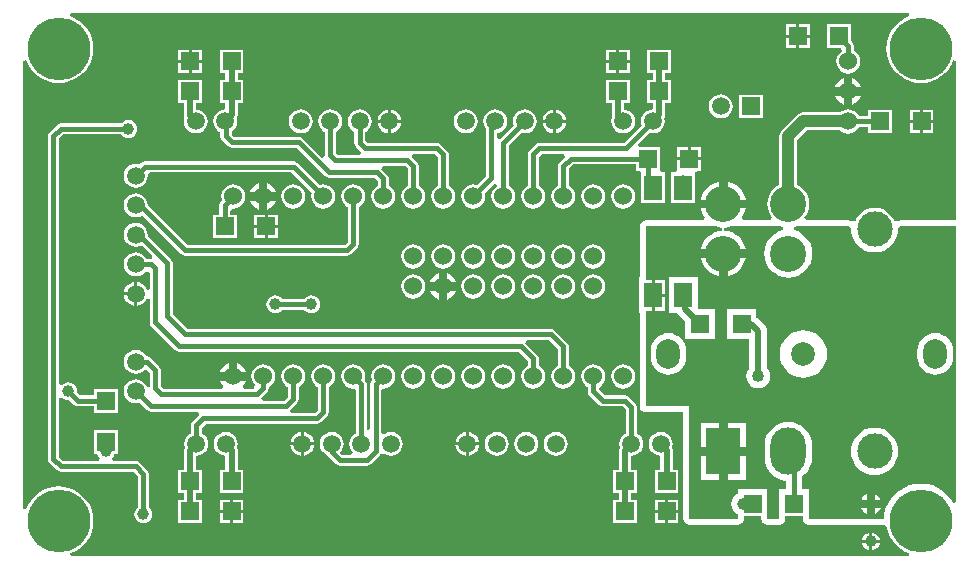
<source format=gbl>
G04 Layer_Physical_Order=2*
G04 Layer_Color=16711680*
%FSLAX25Y25*%
%MOIN*%
G70*
G01*
G75*
%ADD11R,0.05906X0.05906*%
%ADD14C,0.01575*%
%ADD15C,0.03937*%
%ADD17C,0.02000*%
%ADD18C,0.05906*%
%ADD19C,0.12000*%
%ADD20C,0.11811*%
%ADD21C,0.06000*%
%ADD22C,0.20945*%
%ADD23R,0.11811X0.15748*%
%ADD24O,0.11811X0.15748*%
%ADD25O,0.07874X0.09843*%
%ADD26C,0.07874*%
%ADD27C,0.03937*%
%ADD28C,0.04000*%
%ADD29R,0.05906X0.05906*%
%ADD30R,0.05906X0.08268*%
G36*
X295372Y180118D02*
X293988Y179545D01*
X292448Y178601D01*
X291075Y177429D01*
X289902Y176056D01*
X288959Y174516D01*
X288268Y172847D01*
X287846Y171092D01*
X287705Y169291D01*
X287846Y167491D01*
X288268Y165735D01*
X288959Y164067D01*
X289902Y162527D01*
X291075Y161154D01*
X292448Y159981D01*
X293988Y159038D01*
X295656Y158347D01*
X297412Y157925D01*
X299213Y157783D01*
X301013Y157925D01*
X302769Y158347D01*
X304437Y159038D01*
X305977Y159981D01*
X307350Y161154D01*
X308523Y162527D01*
X309466Y164067D01*
X310039Y165451D01*
X311024Y165255D01*
Y112007D01*
X292309D01*
X292260Y111997D01*
X292211Y112005D01*
X291878Y111921D01*
X291541Y111854D01*
X291500Y111827D01*
X291451Y111814D01*
X291248Y111663D01*
X291057Y111642D01*
X290286Y111851D01*
X290157Y111943D01*
X290089Y112004D01*
X289510Y113087D01*
X288647Y114139D01*
X287595Y115002D01*
X286396Y115643D01*
X285094Y116038D01*
X283740Y116171D01*
X282386Y116038D01*
X281085Y115643D01*
X279885Y115002D01*
X278834Y114139D01*
X277971Y113087D01*
X277392Y112004D01*
X277324Y111943D01*
X277195Y111851D01*
X276424Y111642D01*
X276233Y111663D01*
X276029Y111814D01*
X275980Y111827D01*
X275939Y111854D01*
X275602Y111921D01*
X275269Y112005D01*
X275220Y111997D01*
X275171Y112007D01*
X260821D01*
X260355Y112991D01*
X260848Y113592D01*
X261498Y114808D01*
X261899Y116128D01*
X262034Y117500D01*
X261899Y118872D01*
X261498Y120192D01*
X260848Y121408D01*
X259974Y122474D01*
X258908Y123348D01*
X257994Y123837D01*
Y138760D01*
X261240Y142006D01*
X272331D01*
X272983Y141506D01*
X273956Y141103D01*
X275000Y140965D01*
X276044Y141103D01*
X277017Y141506D01*
X277853Y142147D01*
X278494Y142983D01*
X278575Y143178D01*
X281658D01*
Y141047D01*
X289563D01*
Y148953D01*
X281658D01*
Y146822D01*
X278575D01*
X278494Y147017D01*
X277853Y147853D01*
X277017Y148494D01*
X276044Y148897D01*
X275000Y149035D01*
X273956Y148897D01*
X272983Y148494D01*
X272331Y147994D01*
X260000D01*
X259225Y147892D01*
X258503Y147593D01*
X257883Y147117D01*
X252883Y142117D01*
X252407Y141497D01*
X252108Y140775D01*
X252006Y140000D01*
Y123837D01*
X251092Y123348D01*
X250026Y122474D01*
X249151Y121408D01*
X248501Y120192D01*
X248101Y118872D01*
X247966Y117500D01*
X248101Y116128D01*
X248501Y114808D01*
X249151Y113592D01*
X249645Y112991D01*
X249179Y112007D01*
X239911D01*
X239445Y112991D01*
X239675Y113271D01*
X240378Y114587D01*
X240812Y116015D01*
X240822Y116122D01*
X233347D01*
X225871D01*
X225881Y116015D01*
X226314Y114587D01*
X227018Y113271D01*
X227248Y112991D01*
X226782Y112007D01*
X207500D01*
X206732Y111854D01*
X206081Y111419D01*
X205646Y110768D01*
X205493Y110000D01*
Y93189D01*
X205079D01*
Y80984D01*
X205493D01*
Y50000D01*
X205646Y49232D01*
X206081Y48581D01*
X206732Y48146D01*
X207500Y47993D01*
X219993D01*
X219993Y12500D01*
X220146Y11732D01*
X220581Y11081D01*
X221232Y10646D01*
X222000Y10493D01*
X237237D01*
X237320Y10509D01*
X237403Y10500D01*
X238354Y10578D01*
X238653Y10664D01*
X238957Y10724D01*
X239027Y10771D01*
X239107Y10794D01*
X239350Y10987D01*
X239608Y11159D01*
X239655Y11229D01*
X239720Y11281D01*
X239871Y11553D01*
X240043Y11811D01*
X240060Y11893D01*
X240100Y11966D01*
X240136Y12274D01*
X240196Y12579D01*
X240196Y13547D01*
X245085D01*
X246024Y13484D01*
X246024Y12579D01*
X246085Y12274D01*
X246120Y11966D01*
X246161Y11893D01*
X246177Y11811D01*
X246350Y11553D01*
X246500Y11281D01*
X246566Y11229D01*
X246612Y11159D01*
X246870Y10987D01*
X247113Y10794D01*
X247194Y10771D01*
X247264Y10724D01*
X247568Y10664D01*
X247866Y10578D01*
X248818Y10500D01*
X248901Y10509D01*
X248983Y10493D01*
X251017D01*
X251099Y10509D01*
X251182Y10500D01*
X252134Y10578D01*
X252432Y10664D01*
X252736Y10724D01*
X252806Y10771D01*
X252887Y10794D01*
X253130Y10987D01*
X253388Y11159D01*
X253434Y11229D01*
X253500Y11281D01*
X253650Y11553D01*
X253823Y11811D01*
X253839Y11893D01*
X253880Y11966D01*
X253915Y12274D01*
X253976Y12579D01*
X253976Y13484D01*
X254915Y13547D01*
X258864D01*
X259804Y13484D01*
X259804Y12579D01*
X259864Y12274D01*
X259900Y11966D01*
X259940Y11893D01*
X259957Y11811D01*
X260129Y11553D01*
X260280Y11281D01*
X260345Y11229D01*
X260392Y11159D01*
X260650Y10987D01*
X260893Y10794D01*
X260973Y10771D01*
X261043Y10724D01*
X261347Y10664D01*
X261646Y10578D01*
X262597Y10500D01*
X262680Y10509D01*
X262763Y10493D01*
X286787D01*
X286821Y10499D01*
X287715Y10073D01*
X287910Y9745D01*
X288268Y8255D01*
X288959Y6587D01*
X289902Y5047D01*
X291075Y3674D01*
X292448Y2501D01*
X293988Y1557D01*
X295372Y984D01*
X295176Y0D01*
X15848D01*
X15652Y984D01*
X17036Y1557D01*
X18575Y2501D01*
X19948Y3674D01*
X21121Y5047D01*
X22065Y6587D01*
X22756Y8255D01*
X23177Y10011D01*
X23319Y11811D01*
X23177Y13611D01*
X22756Y15367D01*
X22065Y17036D01*
X21121Y18575D01*
X19948Y19948D01*
X18575Y21121D01*
X17036Y22065D01*
X15367Y22756D01*
X13611Y23177D01*
X11811Y23319D01*
X10011Y23177D01*
X8255Y22756D01*
X6587Y22065D01*
X5047Y21121D01*
X3674Y19948D01*
X2501Y18575D01*
X1557Y17036D01*
X984Y15652D01*
X0Y15848D01*
Y165255D01*
X984Y165451D01*
X1557Y164067D01*
X2501Y162527D01*
X3674Y161154D01*
X5047Y159981D01*
X6587Y159038D01*
X8255Y158347D01*
X10011Y157925D01*
X11811Y157783D01*
X13611Y157925D01*
X15367Y158347D01*
X17036Y159038D01*
X18575Y159981D01*
X19948Y161154D01*
X21121Y162527D01*
X22065Y164067D01*
X22756Y165735D01*
X23177Y167491D01*
X23319Y169291D01*
X23177Y171092D01*
X22756Y172847D01*
X22065Y174516D01*
X21121Y176056D01*
X19948Y177429D01*
X18575Y178601D01*
X17036Y179545D01*
X15652Y180118D01*
X15848Y181102D01*
X295176D01*
X295372Y180118D01*
D02*
G37*
G36*
X311024Y18231D02*
X310039Y17954D01*
X309309Y19146D01*
X308037Y20635D01*
X306548Y21907D01*
X304878Y22930D01*
X303069Y23680D01*
X301165Y24137D01*
X299213Y24290D01*
X297260Y24137D01*
X295356Y23680D01*
X293547Y22930D01*
X291877Y21907D01*
X290388Y20635D01*
X289117Y19146D01*
X288093Y17477D01*
X287344Y15667D01*
X286887Y13763D01*
X286787Y12500D01*
X262763D01*
X261811Y12579D01*
X261811Y13484D01*
Y22421D01*
X259669D01*
Y26677D01*
X260595Y27437D01*
X261579Y28636D01*
X262310Y30004D01*
X262760Y31488D01*
X262912Y33031D01*
Y36968D01*
X262760Y38512D01*
X262310Y39996D01*
X261579Y41364D01*
X260595Y42563D01*
X259396Y43547D01*
X258028Y44278D01*
X256544Y44729D01*
X255000Y44881D01*
X253456Y44729D01*
X251972Y44278D01*
X250604Y43547D01*
X249405Y42563D01*
X248421Y41364D01*
X247690Y39996D01*
X247240Y38512D01*
X247088Y36968D01*
Y33031D01*
X247240Y31488D01*
X247690Y30004D01*
X248421Y28636D01*
X249405Y27437D01*
X250604Y26453D01*
X251972Y25722D01*
X253456Y25271D01*
X254110Y25207D01*
Y22421D01*
X251969D01*
Y13484D01*
X251969Y12579D01*
X251017Y12500D01*
X248983D01*
X248031Y12579D01*
X248031Y13484D01*
Y22421D01*
X238189D01*
Y21011D01*
X238015Y20939D01*
X237192Y20308D01*
X236561Y19486D01*
X236164Y18528D01*
X236029Y17500D01*
X236164Y16472D01*
X236561Y15515D01*
X237192Y14692D01*
X238015Y14061D01*
X238189Y13989D01*
X238189Y12579D01*
X237237Y12500D01*
X222000D01*
X222000Y50000D01*
X207500D01*
Y81953D01*
X209500D01*
Y87087D01*
Y92220D01*
X207500D01*
Y110000D01*
X230620D01*
X231784Y109647D01*
X232738Y109553D01*
X232980Y109529D01*
Y108540D01*
X232738Y108516D01*
X231861Y108430D01*
X230434Y107997D01*
X229118Y107293D01*
X227964Y106347D01*
X227018Y105193D01*
X226314Y103877D01*
X225881Y102450D01*
X225871Y102342D01*
X233346D01*
X240822D01*
X240812Y102450D01*
X240378Y103877D01*
X239675Y105193D01*
X238729Y106347D01*
X237575Y107293D01*
X236259Y107997D01*
X234831Y108430D01*
X233955Y108516D01*
X233713Y108540D01*
Y109529D01*
X233955Y109553D01*
X234909Y109647D01*
X236073Y110000D01*
X252274D01*
X253109Y109747D01*
Y108718D01*
X251936Y108362D01*
X250552Y107622D01*
X249338Y106626D01*
X248342Y105413D01*
X247602Y104029D01*
X247147Y102527D01*
X246993Y100965D01*
X247147Y99402D01*
X247602Y97900D01*
X248342Y96516D01*
X249338Y95303D01*
X250552Y94307D01*
X251936Y93567D01*
X253438Y93111D01*
X255000Y92958D01*
X256562Y93111D01*
X258064Y93567D01*
X259449Y94307D01*
X260662Y95303D01*
X261658Y96516D01*
X262398Y97900D01*
X262853Y99402D01*
X263007Y100965D01*
X262853Y102527D01*
X262398Y104029D01*
X261658Y105413D01*
X260662Y106626D01*
X259449Y107622D01*
X258064Y108362D01*
X256891Y108718D01*
Y109641D01*
X257770Y110000D01*
X275171D01*
X275832Y109271D01*
X275828Y109232D01*
X275980Y107689D01*
X276430Y106204D01*
X277162Y104837D01*
X278145Y103638D01*
X279344Y102654D01*
X280712Y101923D01*
X282197Y101472D01*
X283740Y101320D01*
X285284Y101472D01*
X286768Y101923D01*
X288136Y102654D01*
X289335Y103638D01*
X290319Y104837D01*
X291050Y106204D01*
X291500Y107689D01*
X291652Y109232D01*
X291649Y109271D01*
X292309Y110000D01*
X311024D01*
Y18231D01*
D02*
G37*
%LPC*%
G36*
X262063Y177358D02*
X258610D01*
Y173906D01*
X262063D01*
Y177358D01*
D02*
G37*
G36*
X257610D02*
X254157D01*
Y173906D01*
X257610D01*
Y177358D01*
D02*
G37*
G36*
X262063Y172906D02*
X258610D01*
Y169453D01*
X262063D01*
Y172906D01*
D02*
G37*
G36*
X257610D02*
X254157D01*
Y169453D01*
X257610D01*
Y172906D01*
D02*
G37*
G36*
X202063Y168953D02*
X198610D01*
Y165500D01*
X202063D01*
Y168953D01*
D02*
G37*
G36*
X59563D02*
X56110D01*
Y165500D01*
X59563D01*
Y168953D01*
D02*
G37*
G36*
X197610D02*
X194158D01*
Y165500D01*
X197610D01*
Y168953D01*
D02*
G37*
G36*
X55110D02*
X51657D01*
Y165500D01*
X55110D01*
Y168953D01*
D02*
G37*
G36*
X202063Y164500D02*
X198610D01*
Y161047D01*
X202063D01*
Y164500D01*
D02*
G37*
G36*
X197610D02*
X194158D01*
Y161047D01*
X197610D01*
Y164500D01*
D02*
G37*
G36*
X59563D02*
X56110D01*
Y161047D01*
X59563D01*
Y164500D01*
D02*
G37*
G36*
X55110D02*
X51657D01*
Y161047D01*
X55110D01*
Y164500D01*
D02*
G37*
G36*
X275842Y177358D02*
X267937D01*
Y169453D01*
X272714D01*
X272959Y168565D01*
X272950Y168468D01*
X272147Y167853D01*
X271506Y167017D01*
X271103Y166044D01*
X270966Y165000D01*
X271103Y163956D01*
X271506Y162983D01*
X272147Y162147D01*
X272983Y161506D01*
X273956Y161103D01*
X275000Y160966D01*
X276044Y161103D01*
X277017Y161506D01*
X277853Y162147D01*
X278494Y162983D01*
X278897Y163956D01*
X279034Y165000D01*
X278897Y166044D01*
X278494Y167017D01*
X277853Y167853D01*
X277017Y168494D01*
X276822Y168575D01*
Y170295D01*
X276822Y170295D01*
X276684Y170993D01*
X276289Y171584D01*
X276289Y171584D01*
X275842Y172030D01*
Y177358D01*
D02*
G37*
G36*
X276378Y159381D02*
Y156378D01*
X279381D01*
X278996Y157307D01*
X278263Y158263D01*
X277307Y158996D01*
X276378Y159381D01*
D02*
G37*
G36*
X273622Y159381D02*
X272693Y158996D01*
X271737Y158263D01*
X271004Y157307D01*
X270619Y156378D01*
X273622D01*
Y159381D01*
D02*
G37*
G36*
X279381Y153622D02*
X276378D01*
Y150619D01*
X277307Y151004D01*
X278263Y151737D01*
X278996Y152693D01*
X279381Y153622D01*
D02*
G37*
G36*
X273622D02*
X270619D01*
X271004Y152693D01*
X271737Y151737D01*
X272693Y151004D01*
X273622Y150619D01*
Y153622D01*
D02*
G37*
G36*
X246453Y153953D02*
X238547D01*
Y146047D01*
X246453D01*
Y153953D01*
D02*
G37*
G36*
X232500Y153987D02*
X231468Y153851D01*
X230507Y153453D01*
X229681Y152819D01*
X229047Y151993D01*
X228649Y151032D01*
X228513Y150000D01*
X228649Y148968D01*
X229047Y148007D01*
X229681Y147181D01*
X230507Y146547D01*
X231468Y146149D01*
X232500Y146013D01*
X233532Y146149D01*
X234493Y146547D01*
X235319Y147181D01*
X235953Y148007D01*
X236351Y148968D01*
X236487Y150000D01*
X236351Y151032D01*
X235953Y151993D01*
X235319Y152819D01*
X234493Y153453D01*
X233532Y153851D01*
X232500Y153987D01*
D02*
G37*
G36*
X303343Y148953D02*
X299890D01*
Y145500D01*
X303343D01*
Y148953D01*
D02*
G37*
G36*
X177528Y148921D02*
Y145500D01*
X180949D01*
X180879Y146032D01*
X180480Y146993D01*
X179847Y147819D01*
X179021Y148453D01*
X178059Y148851D01*
X177528Y148921D01*
D02*
G37*
G36*
X176528D02*
X175996Y148851D01*
X175034Y148453D01*
X174208Y147819D01*
X173575Y146993D01*
X173177Y146032D01*
X173107Y145500D01*
X176528D01*
Y148921D01*
D02*
G37*
G36*
X122528D02*
Y145500D01*
X125949D01*
X125879Y146032D01*
X125480Y146993D01*
X124847Y147819D01*
X124021Y148453D01*
X123059Y148851D01*
X122528Y148921D01*
D02*
G37*
G36*
X121528D02*
X120996Y148851D01*
X120034Y148453D01*
X119208Y147819D01*
X118575Y146993D01*
X118176Y146032D01*
X118106Y145500D01*
X121528D01*
Y148921D01*
D02*
G37*
G36*
X298890Y148953D02*
X295437D01*
Y145500D01*
X298890D01*
Y148953D01*
D02*
G37*
G36*
X180949Y144500D02*
X177528D01*
Y141079D01*
X178059Y141149D01*
X179021Y141547D01*
X179847Y142181D01*
X180480Y143007D01*
X180879Y143968D01*
X180949Y144500D01*
D02*
G37*
G36*
X176528D02*
X173107D01*
X173177Y143968D01*
X173575Y143007D01*
X174208Y142181D01*
X175034Y141547D01*
X175996Y141149D01*
X176528Y141079D01*
Y144500D01*
D02*
G37*
G36*
X125949D02*
X122528D01*
Y141079D01*
X123059Y141149D01*
X124021Y141547D01*
X124847Y142181D01*
X125480Y143007D01*
X125879Y143968D01*
X125949Y144500D01*
D02*
G37*
G36*
X121528D02*
X118106D01*
X118176Y143968D01*
X118575Y143007D01*
X119208Y142181D01*
X120034Y141547D01*
X120996Y141149D01*
X121528Y141079D01*
Y144500D01*
D02*
G37*
G36*
X303343D02*
X299890D01*
Y141047D01*
X303343D01*
Y144500D01*
D02*
G37*
G36*
X298890D02*
X295437D01*
Y141047D01*
X298890D01*
Y144500D01*
D02*
G37*
G36*
X215843Y168953D02*
X207937D01*
Y161047D01*
X209851D01*
Y158953D01*
X207937D01*
Y151047D01*
X209851D01*
Y148994D01*
X209842Y148987D01*
X208811Y148851D01*
X207849Y148453D01*
X207023Y147819D01*
X206390Y146993D01*
X205992Y146032D01*
X205856Y145000D01*
X205992Y143968D01*
X206062Y143797D01*
X200088Y137822D01*
X172000D01*
X172000Y137822D01*
X171303Y137684D01*
X170711Y137289D01*
X170711Y137289D01*
X168711Y135289D01*
X168316Y134697D01*
X168178Y134000D01*
X168178Y134000D01*
Y123575D01*
X167983Y123494D01*
X167147Y122853D01*
X166506Y122017D01*
X166103Y121044D01*
X165965Y120000D01*
X166103Y118956D01*
X166506Y117983D01*
X167147Y117147D01*
X167983Y116506D01*
X168956Y116103D01*
X170000Y115965D01*
X171044Y116103D01*
X172017Y116506D01*
X172853Y117147D01*
X173494Y117983D01*
X173897Y118956D01*
X174035Y120000D01*
X173897Y121044D01*
X173494Y122017D01*
X172853Y122853D01*
X172017Y123494D01*
X171822Y123575D01*
Y133245D01*
X172755Y134178D01*
X180208D01*
X180616Y133193D01*
X178711Y131289D01*
X178316Y130697D01*
X178178Y130000D01*
X178178Y130000D01*
Y123575D01*
X177983Y123494D01*
X177147Y122853D01*
X176506Y122017D01*
X176103Y121044D01*
X175965Y120000D01*
X176103Y118956D01*
X176506Y117983D01*
X177147Y117147D01*
X177983Y116506D01*
X178956Y116103D01*
X180000Y115965D01*
X181044Y116103D01*
X182017Y116506D01*
X182853Y117147D01*
X183494Y117983D01*
X183897Y118956D01*
X184035Y120000D01*
X183897Y121044D01*
X183494Y122017D01*
X182853Y122853D01*
X182017Y123494D01*
X181822Y123575D01*
Y129245D01*
X183255Y130678D01*
X204157D01*
Y128547D01*
X205270D01*
X206047Y128047D01*
Y117780D01*
X213953D01*
Y128047D01*
X212840D01*
X212063Y128547D01*
Y136453D01*
X205264D01*
X204857Y137437D01*
X208640Y141220D01*
X208811Y141149D01*
X209842Y141013D01*
X210874Y141149D01*
X211836Y141547D01*
X212662Y142181D01*
X213295Y143007D01*
X213693Y143968D01*
X213829Y145000D01*
X213693Y146032D01*
X213664Y146103D01*
X213774Y146267D01*
X213929Y147047D01*
Y151047D01*
X215843D01*
Y158953D01*
X213929D01*
Y161047D01*
X215843D01*
Y168953D01*
D02*
G37*
G36*
X202063Y158953D02*
X194158D01*
Y151047D01*
X196071D01*
Y146890D01*
X196212Y146183D01*
X196149Y146032D01*
X196013Y145000D01*
X196149Y143968D01*
X196547Y143007D01*
X197181Y142181D01*
X198007Y141547D01*
X198968Y141149D01*
X200000Y141013D01*
X201032Y141149D01*
X201993Y141547D01*
X202819Y142181D01*
X203453Y143007D01*
X203851Y143968D01*
X203987Y145000D01*
X203851Y146032D01*
X203453Y146993D01*
X202819Y147819D01*
X201993Y148453D01*
X201032Y148851D01*
X200149Y148967D01*
Y151047D01*
X202063D01*
Y158953D01*
D02*
G37*
G36*
X147500Y148987D02*
X146468Y148851D01*
X145507Y148453D01*
X144681Y147819D01*
X144047Y146993D01*
X143649Y146032D01*
X143513Y145000D01*
X143649Y143968D01*
X144047Y143007D01*
X144681Y142181D01*
X145507Y141547D01*
X146468Y141149D01*
X147500Y141013D01*
X148532Y141149D01*
X149493Y141547D01*
X150319Y142181D01*
X150953Y143007D01*
X151351Y143968D01*
X151487Y145000D01*
X151351Y146032D01*
X150953Y146993D01*
X150319Y147819D01*
X149493Y148453D01*
X148532Y148851D01*
X147500Y148987D01*
D02*
G37*
G36*
X92500D02*
X91468Y148851D01*
X90507Y148453D01*
X89681Y147819D01*
X89047Y146993D01*
X88649Y146032D01*
X88513Y145000D01*
X88649Y143968D01*
X89047Y143007D01*
X89681Y142181D01*
X90507Y141547D01*
X91468Y141149D01*
X92500Y141013D01*
X93532Y141149D01*
X94493Y141547D01*
X95319Y142181D01*
X95953Y143007D01*
X96351Y143968D01*
X96487Y145000D01*
X96351Y146032D01*
X95953Y146993D01*
X95319Y147819D01*
X94493Y148453D01*
X93532Y148851D01*
X92500Y148987D01*
D02*
G37*
G36*
X59563Y158953D02*
X51657D01*
Y151047D01*
X53571D01*
Y146890D01*
X53712Y146183D01*
X53649Y146032D01*
X53513Y145000D01*
X53649Y143968D01*
X54047Y143007D01*
X54681Y142181D01*
X55507Y141547D01*
X56468Y141149D01*
X57500Y141013D01*
X58532Y141149D01*
X59493Y141547D01*
X60319Y142181D01*
X60953Y143007D01*
X61351Y143968D01*
X61487Y145000D01*
X61351Y146032D01*
X60953Y146993D01*
X60319Y147819D01*
X59493Y148453D01*
X58532Y148851D01*
X57649Y148967D01*
Y151047D01*
X59563D01*
Y158953D01*
D02*
G37*
G36*
X35000Y145494D02*
X34225Y145392D01*
X33503Y145093D01*
X32883Y144617D01*
X32657Y144322D01*
X12500D01*
X11803Y144184D01*
X11211Y143789D01*
X11211Y143789D01*
X8711Y141289D01*
X8316Y140697D01*
X8178Y140000D01*
X8178Y140000D01*
Y32500D01*
X8178Y32500D01*
X8316Y31803D01*
X8711Y31211D01*
X11211Y28711D01*
X11211Y28711D01*
X11803Y28316D01*
X12500Y28178D01*
X36745D01*
X38178Y26745D01*
Y16343D01*
X37883Y16117D01*
X37407Y15497D01*
X37108Y14775D01*
X37006Y14000D01*
X37108Y13225D01*
X37407Y12503D01*
X37883Y11883D01*
X38503Y11407D01*
X39225Y11108D01*
X40000Y11006D01*
X40775Y11108D01*
X41497Y11407D01*
X42117Y11883D01*
X42593Y12503D01*
X42892Y13225D01*
X42994Y14000D01*
X42892Y14775D01*
X42593Y15497D01*
X42117Y16117D01*
X41822Y16343D01*
Y27500D01*
X41684Y28197D01*
X41289Y28789D01*
X41289Y28789D01*
X38789Y31289D01*
X38197Y31684D01*
X37500Y31822D01*
X37500Y31822D01*
X29852D01*
X29518Y32807D01*
X29617Y32883D01*
X30093Y33503D01*
X30364Y34157D01*
X31453D01*
Y42063D01*
X23547D01*
Y34157D01*
X24636D01*
X24907Y33503D01*
X25383Y32883D01*
X25482Y32807D01*
X25148Y31822D01*
X13255D01*
X11822Y33255D01*
Y52648D01*
X12807Y52982D01*
X12883Y52883D01*
X13503Y52407D01*
X14225Y52108D01*
X15000Y52006D01*
X15368Y52054D01*
X16822Y50601D01*
X16822Y50601D01*
X17413Y50206D01*
X18110Y50067D01*
X18110Y50067D01*
X23547D01*
Y47937D01*
X31453D01*
Y55843D01*
X23547D01*
Y53712D01*
X18865D01*
X17946Y54632D01*
X17994Y55000D01*
X17892Y55775D01*
X17593Y56497D01*
X17117Y57117D01*
X16497Y57593D01*
X15775Y57892D01*
X15000Y57994D01*
X14225Y57892D01*
X13503Y57593D01*
X12883Y57117D01*
X12807Y57018D01*
X11822Y57352D01*
Y139245D01*
X13255Y140678D01*
X32657D01*
X32883Y140383D01*
X33503Y139907D01*
X34225Y139608D01*
X35000Y139506D01*
X35775Y139608D01*
X36497Y139907D01*
X37117Y140383D01*
X37593Y141003D01*
X37892Y141725D01*
X37994Y142500D01*
X37892Y143275D01*
X37593Y143997D01*
X37117Y144617D01*
X36497Y145093D01*
X35775Y145392D01*
X35000Y145494D01*
D02*
G37*
G36*
X167185Y148987D02*
X166153Y148851D01*
X165192Y148453D01*
X164366Y147819D01*
X163732Y146993D01*
X163334Y146032D01*
X163198Y145000D01*
X163334Y143968D01*
X163405Y143797D01*
X158807Y139199D01*
X158410Y139253D01*
X157822Y139545D01*
Y141076D01*
X158374Y141149D01*
X159336Y141547D01*
X160162Y142181D01*
X160795Y143007D01*
X161194Y143968D01*
X161329Y145000D01*
X161194Y146032D01*
X160795Y146993D01*
X160162Y147819D01*
X159336Y148453D01*
X158374Y148851D01*
X157343Y148987D01*
X156311Y148851D01*
X155349Y148453D01*
X154523Y147819D01*
X153890Y146993D01*
X153491Y146032D01*
X153356Y145000D01*
X153491Y143968D01*
X153890Y143007D01*
X154178Y142631D01*
Y126755D01*
X151239Y123816D01*
X151044Y123897D01*
X150000Y124035D01*
X148956Y123897D01*
X147983Y123494D01*
X147147Y122853D01*
X146506Y122017D01*
X146103Y121044D01*
X145966Y120000D01*
X146103Y118956D01*
X146506Y117983D01*
X147147Y117147D01*
X147983Y116506D01*
X148956Y116103D01*
X150000Y115965D01*
X151044Y116103D01*
X152017Y116506D01*
X152853Y117147D01*
X153494Y117983D01*
X153897Y118956D01*
X154034Y120000D01*
X153897Y121044D01*
X153816Y121239D01*
X156815Y124238D01*
X157684Y124051D01*
X157865Y123896D01*
X157837Y123382D01*
X157147Y122853D01*
X156506Y122017D01*
X156103Y121044D01*
X155965Y120000D01*
X156103Y118956D01*
X156506Y117983D01*
X157147Y117147D01*
X157983Y116506D01*
X158956Y116103D01*
X160000Y115965D01*
X161044Y116103D01*
X162017Y116506D01*
X162853Y117147D01*
X163494Y117983D01*
X163897Y118956D01*
X164034Y120000D01*
X163897Y121044D01*
X163494Y122017D01*
X162853Y122853D01*
X162017Y123494D01*
X161822Y123575D01*
Y137060D01*
X165982Y141220D01*
X166153Y141149D01*
X167185Y141013D01*
X168217Y141149D01*
X169178Y141547D01*
X170004Y142181D01*
X170638Y143007D01*
X171036Y143968D01*
X171172Y145000D01*
X171036Y146032D01*
X170638Y146993D01*
X170004Y147819D01*
X169178Y148453D01*
X168217Y148851D01*
X167185Y148987D01*
D02*
G37*
G36*
X225842Y136453D02*
X222390D01*
Y133000D01*
X225842D01*
Y136453D01*
D02*
G37*
G36*
X221390D02*
X217937D01*
Y133000D01*
X221390D01*
Y136453D01*
D02*
G37*
G36*
X90079Y131744D02*
X90079Y131744D01*
X40551D01*
X40551Y131744D01*
X39854Y131605D01*
X39263Y131210D01*
X38703Y130650D01*
X38532Y130721D01*
X37500Y130857D01*
X36468Y130721D01*
X35507Y130323D01*
X34681Y129689D01*
X34047Y128864D01*
X33649Y127902D01*
X33513Y126870D01*
X33649Y125838D01*
X34047Y124877D01*
X34681Y124051D01*
X35507Y123417D01*
X36468Y123019D01*
X37500Y122883D01*
X38532Y123019D01*
X39493Y123417D01*
X40319Y124051D01*
X40953Y124877D01*
X41351Y125838D01*
X41487Y126870D01*
X41455Y127115D01*
X42287Y128099D01*
X89324D01*
X96184Y121239D01*
X96103Y121044D01*
X95965Y120000D01*
X96103Y118956D01*
X96506Y117983D01*
X97147Y117147D01*
X97983Y116506D01*
X98956Y116103D01*
X100000Y115965D01*
X101044Y116103D01*
X102017Y116506D01*
X102853Y117147D01*
X103494Y117983D01*
X103897Y118956D01*
X104034Y120000D01*
X103897Y121044D01*
X103494Y122017D01*
X102853Y122853D01*
X102017Y123494D01*
X101044Y123897D01*
X100000Y124035D01*
X98956Y123897D01*
X98761Y123816D01*
X91367Y131210D01*
X90776Y131605D01*
X90079Y131744D01*
D02*
G37*
G36*
X81378Y124381D02*
Y121378D01*
X84381D01*
X83996Y122307D01*
X83263Y123263D01*
X82307Y123996D01*
X81378Y124381D01*
D02*
G37*
G36*
X78622Y124381D02*
X77693Y123996D01*
X76737Y123263D01*
X76004Y122307D01*
X75619Y121378D01*
X78622D01*
Y124381D01*
D02*
G37*
G36*
X234724Y124976D02*
Y118878D01*
X240822D01*
X240812Y118985D01*
X240378Y120413D01*
X239675Y121729D01*
X238729Y122882D01*
X237575Y123829D01*
X236259Y124532D01*
X234831Y124965D01*
X234724Y124976D01*
D02*
G37*
G36*
X231968Y124976D02*
X231861Y124965D01*
X230434Y124532D01*
X229118Y123829D01*
X227964Y122882D01*
X227018Y121729D01*
X226314Y120413D01*
X225881Y118985D01*
X225871Y118878D01*
X231968D01*
Y124976D01*
D02*
G37*
G36*
X221890Y132500D02*
D01*
Y132000D01*
X217937D01*
Y129032D01*
X217937Y128547D01*
X217160Y128047D01*
X216047D01*
Y117780D01*
X223953D01*
Y127563D01*
X223953Y128047D01*
X224730Y128547D01*
X225842D01*
Y132000D01*
X221890D01*
Y132500D01*
D02*
G37*
G36*
X200000Y124035D02*
X198956Y123897D01*
X197983Y123494D01*
X197147Y122853D01*
X196506Y122017D01*
X196103Y121044D01*
X195966Y120000D01*
X196103Y118956D01*
X196506Y117983D01*
X197147Y117147D01*
X197983Y116506D01*
X198956Y116103D01*
X200000Y115965D01*
X201044Y116103D01*
X202017Y116506D01*
X202853Y117147D01*
X203494Y117983D01*
X203897Y118956D01*
X204034Y120000D01*
X203897Y121044D01*
X203494Y122017D01*
X202853Y122853D01*
X202017Y123494D01*
X201044Y123897D01*
X200000Y124035D01*
D02*
G37*
G36*
X190000D02*
X188956Y123897D01*
X187983Y123494D01*
X187147Y122853D01*
X186506Y122017D01*
X186103Y121044D01*
X185966Y120000D01*
X186103Y118956D01*
X186506Y117983D01*
X187147Y117147D01*
X187983Y116506D01*
X188956Y116103D01*
X190000Y115965D01*
X191044Y116103D01*
X192017Y116506D01*
X192853Y117147D01*
X193494Y117983D01*
X193897Y118956D01*
X194035Y120000D01*
X193897Y121044D01*
X193494Y122017D01*
X192853Y122853D01*
X192017Y123494D01*
X191044Y123897D01*
X190000Y124035D01*
D02*
G37*
G36*
X73343Y168953D02*
X65437D01*
Y161047D01*
X67351D01*
Y158953D01*
X65437D01*
Y151047D01*
X67351D01*
Y148994D01*
X67343Y148987D01*
X66311Y148851D01*
X65349Y148453D01*
X64523Y147819D01*
X63890Y146993D01*
X63491Y146032D01*
X63356Y145000D01*
X63491Y143968D01*
X63890Y143007D01*
X64523Y142181D01*
X65349Y141547D01*
X65678Y141411D01*
Y140000D01*
X65678Y140000D01*
X65816Y139303D01*
X66211Y138711D01*
X68211Y136711D01*
X68211Y136711D01*
X68803Y136316D01*
X69500Y136178D01*
X69500Y136178D01*
X91245D01*
X100711Y126711D01*
X100711Y126711D01*
X101303Y126316D01*
X102000Y126178D01*
X102000Y126178D01*
X117245D01*
X118178Y125245D01*
Y123575D01*
X117983Y123494D01*
X117147Y122853D01*
X116506Y122017D01*
X116103Y121044D01*
X115965Y120000D01*
X116103Y118956D01*
X116506Y117983D01*
X117147Y117147D01*
X117983Y116506D01*
X118956Y116103D01*
X120000Y115965D01*
X121044Y116103D01*
X122017Y116506D01*
X122853Y117147D01*
X123494Y117983D01*
X123897Y118956D01*
X124035Y120000D01*
X123897Y121044D01*
X123494Y122017D01*
X122853Y122853D01*
X122017Y123494D01*
X121822Y123575D01*
Y126000D01*
X121822Y126000D01*
X121684Y126697D01*
X121289Y127289D01*
X121289Y127289D01*
X119384Y129193D01*
X119438Y129590D01*
X119730Y130178D01*
X127245D01*
X128103Y129320D01*
Y123544D01*
X127983Y123494D01*
X127147Y122853D01*
X126506Y122017D01*
X126103Y121044D01*
X125965Y120000D01*
X126103Y118956D01*
X126506Y117983D01*
X127147Y117147D01*
X127983Y116506D01*
X128956Y116103D01*
X130000Y115965D01*
X131044Y116103D01*
X132017Y116506D01*
X132853Y117147D01*
X133494Y117983D01*
X133897Y118956D01*
X134035Y120000D01*
X133897Y121044D01*
X133494Y122017D01*
X132853Y122853D01*
X132017Y123494D01*
X131748Y123606D01*
Y130075D01*
X131609Y130772D01*
X131214Y131363D01*
X131214Y131363D01*
X129384Y133193D01*
X129438Y133590D01*
X129730Y134178D01*
X137245D01*
X138178Y133245D01*
Y123575D01*
X137983Y123494D01*
X137147Y122853D01*
X136506Y122017D01*
X136103Y121044D01*
X135966Y120000D01*
X136103Y118956D01*
X136506Y117983D01*
X137147Y117147D01*
X137983Y116506D01*
X138956Y116103D01*
X140000Y115965D01*
X141044Y116103D01*
X142017Y116506D01*
X142853Y117147D01*
X143494Y117983D01*
X143897Y118956D01*
X144035Y120000D01*
X143897Y121044D01*
X143494Y122017D01*
X142853Y122853D01*
X142017Y123494D01*
X141822Y123575D01*
Y134000D01*
X141822Y134000D01*
X141684Y134697D01*
X141289Y135289D01*
X141289Y135289D01*
X139289Y137289D01*
X138697Y137684D01*
X138000Y137822D01*
X138000Y137822D01*
X114755D01*
X114007Y138570D01*
Y141476D01*
X114179Y141547D01*
X115004Y142181D01*
X115638Y143007D01*
X116036Y143968D01*
X116172Y145000D01*
X116036Y146032D01*
X115638Y146993D01*
X115004Y147819D01*
X114179Y148453D01*
X113217Y148851D01*
X112185Y148987D01*
X111153Y148851D01*
X110192Y148453D01*
X109366Y147819D01*
X108732Y146993D01*
X108334Y146032D01*
X108198Y145000D01*
X108334Y143968D01*
X108732Y143007D01*
X109366Y142181D01*
X110192Y141547D01*
X110363Y141476D01*
Y137815D01*
X110363Y137815D01*
X110501Y137118D01*
X110896Y136526D01*
X112616Y134807D01*
X112562Y134410D01*
X112270Y133822D01*
X104755D01*
X104165Y134412D01*
Y141476D01*
X104336Y141547D01*
X105162Y142181D01*
X105795Y143007D01*
X106193Y143968D01*
X106329Y145000D01*
X106193Y146032D01*
X105795Y146993D01*
X105162Y147819D01*
X104336Y148453D01*
X103374Y148851D01*
X102342Y148987D01*
X101311Y148851D01*
X100349Y148453D01*
X99523Y147819D01*
X98890Y146993D01*
X98492Y146032D01*
X98356Y145000D01*
X98492Y143968D01*
X98890Y143007D01*
X99523Y142181D01*
X100349Y141547D01*
X100520Y141476D01*
Y133658D01*
X100520Y133658D01*
X100572Y133397D01*
X99665Y132913D01*
X93289Y139289D01*
X92697Y139684D01*
X92000Y139822D01*
X92000Y139822D01*
X70255D01*
X69445Y140632D01*
X69443Y140646D01*
X69494Y141668D01*
X70162Y142181D01*
X70795Y143007D01*
X71193Y143968D01*
X71329Y145000D01*
X71193Y146032D01*
X71164Y146103D01*
X71274Y146267D01*
X71429Y147047D01*
Y151047D01*
X73343D01*
Y158953D01*
X71429D01*
Y161047D01*
X73343D01*
Y168953D01*
D02*
G37*
G36*
X90000Y124035D02*
X88956Y123897D01*
X87983Y123494D01*
X87147Y122853D01*
X86506Y122017D01*
X86103Y121044D01*
X85966Y120000D01*
X86103Y118956D01*
X86506Y117983D01*
X87147Y117147D01*
X87983Y116506D01*
X88956Y116103D01*
X90000Y115965D01*
X91044Y116103D01*
X92017Y116506D01*
X92853Y117147D01*
X93494Y117983D01*
X93897Y118956D01*
X94034Y120000D01*
X93897Y121044D01*
X93494Y122017D01*
X92853Y122853D01*
X92017Y123494D01*
X91044Y123897D01*
X90000Y124035D01*
D02*
G37*
G36*
X70000D02*
X68956Y123897D01*
X67983Y123494D01*
X67147Y122853D01*
X66506Y122017D01*
X66103Y121044D01*
X65965Y120000D01*
X66103Y118956D01*
X66184Y118761D01*
X65822Y118399D01*
X65426Y117808D01*
X65288Y117110D01*
X65288Y117110D01*
Y113953D01*
X63157D01*
Y106047D01*
X71063D01*
Y113953D01*
X68933D01*
Y115113D01*
X69917Y115976D01*
X70000Y115965D01*
X71044Y116103D01*
X72017Y116506D01*
X72853Y117147D01*
X73494Y117983D01*
X73897Y118956D01*
X74035Y120000D01*
X73897Y121044D01*
X73494Y122017D01*
X72853Y122853D01*
X72017Y123494D01*
X71044Y123897D01*
X70000Y124035D01*
D02*
G37*
G36*
X84381Y118622D02*
X81378D01*
Y115619D01*
X82307Y116004D01*
X83263Y116737D01*
X83996Y117693D01*
X84381Y118622D01*
D02*
G37*
G36*
X78622D02*
X75619D01*
X76004Y117693D01*
X76737Y116737D01*
X77693Y116004D01*
X78622Y115619D01*
Y118622D01*
D02*
G37*
G36*
X84842Y113953D02*
X81390D01*
Y110500D01*
X84842D01*
Y113953D01*
D02*
G37*
G36*
X80390D02*
X76937D01*
Y110500D01*
X80390D01*
Y113953D01*
D02*
G37*
G36*
X84842Y109500D02*
X81390D01*
Y106047D01*
X84842D01*
Y109500D01*
D02*
G37*
G36*
X80390D02*
X76937D01*
Y106047D01*
X80390D01*
Y109500D01*
D02*
G37*
G36*
X110000Y124035D02*
X108956Y123897D01*
X107983Y123494D01*
X107147Y122853D01*
X106506Y122017D01*
X106103Y121044D01*
X105965Y120000D01*
X106103Y118956D01*
X106506Y117983D01*
X107147Y117147D01*
X107983Y116506D01*
X108178Y116425D01*
Y104755D01*
X107245Y103822D01*
X54755D01*
X41477Y117100D01*
X41351Y118059D01*
X40953Y119021D01*
X40319Y119847D01*
X39493Y120480D01*
X38532Y120879D01*
X37500Y121014D01*
X36468Y120879D01*
X35507Y120480D01*
X34681Y119847D01*
X34047Y119021D01*
X33649Y118059D01*
X33513Y117028D01*
X33649Y115996D01*
X34047Y115034D01*
X34681Y114208D01*
X35507Y113575D01*
X36468Y113177D01*
X37500Y113041D01*
X38532Y113177D01*
X39493Y113575D01*
X39694Y113729D01*
X52711Y100711D01*
X52711Y100711D01*
X53303Y100316D01*
X54000Y100178D01*
X54000Y100178D01*
X108000D01*
X108000Y100178D01*
X108697Y100316D01*
X109289Y100711D01*
X111289Y102711D01*
X111289Y102711D01*
X111684Y103303D01*
X111822Y104000D01*
X111822Y104000D01*
Y116425D01*
X112017Y116506D01*
X112853Y117147D01*
X113494Y117983D01*
X113897Y118956D01*
X114034Y120000D01*
X113897Y121044D01*
X113494Y122017D01*
X112853Y122853D01*
X112017Y123494D01*
X111044Y123897D01*
X110000Y124035D01*
D02*
G37*
G36*
X37500Y111172D02*
X36468Y111036D01*
X35507Y110638D01*
X34681Y110004D01*
X34047Y109178D01*
X33649Y108217D01*
X33513Y107185D01*
X33649Y106153D01*
X34047Y105192D01*
X34681Y104366D01*
X35507Y103732D01*
X36468Y103334D01*
X37500Y103198D01*
X38532Y103334D01*
X39399Y103693D01*
X42990Y100102D01*
X42759Y99453D01*
X42535Y99165D01*
X41024D01*
X40953Y99336D01*
X40319Y100162D01*
X39493Y100795D01*
X38532Y101193D01*
X37500Y101329D01*
X36468Y101193D01*
X35507Y100795D01*
X34681Y100162D01*
X34047Y99336D01*
X33649Y98374D01*
X33513Y97342D01*
X33649Y96311D01*
X34047Y95349D01*
X34681Y94523D01*
X35507Y93890D01*
X36468Y93492D01*
X37500Y93356D01*
X38532Y93492D01*
X39493Y93890D01*
X40319Y94523D01*
X40545Y94818D01*
X41768Y94945D01*
X41813Y94923D01*
X42178Y94589D01*
Y89108D01*
X41193Y88913D01*
X40953Y89493D01*
X40319Y90319D01*
X39493Y90953D01*
X38532Y91351D01*
X38000Y91421D01*
Y87500D01*
Y83579D01*
X38532Y83649D01*
X39493Y84047D01*
X40319Y84681D01*
X40953Y85507D01*
X41193Y86087D01*
X42178Y85892D01*
Y78000D01*
X42178Y78000D01*
X42316Y77303D01*
X42711Y76711D01*
X50711Y68711D01*
X50711Y68711D01*
X51303Y68316D01*
X52000Y68178D01*
X52000Y68178D01*
X165245D01*
X168178Y65245D01*
Y63575D01*
X167983Y63494D01*
X167147Y62853D01*
X166506Y62017D01*
X166103Y61044D01*
X165965Y60000D01*
X166103Y58956D01*
X166506Y57983D01*
X167147Y57147D01*
X167983Y56506D01*
X168956Y56103D01*
X170000Y55966D01*
X171044Y56103D01*
X172017Y56506D01*
X172853Y57147D01*
X173494Y57983D01*
X173897Y58956D01*
X174035Y60000D01*
X173897Y61044D01*
X173494Y62017D01*
X172853Y62853D01*
X172017Y63494D01*
X171822Y63575D01*
Y66000D01*
X171684Y66697D01*
X171289Y67289D01*
X171289Y67289D01*
X167384Y71193D01*
X167438Y71590D01*
X167730Y72178D01*
X175245D01*
X178178Y69245D01*
Y63575D01*
X177983Y63494D01*
X177147Y62853D01*
X176506Y62017D01*
X176103Y61044D01*
X175965Y60000D01*
X176103Y58956D01*
X176506Y57983D01*
X177147Y57147D01*
X177983Y56506D01*
X178956Y56103D01*
X180000Y55966D01*
X181044Y56103D01*
X182017Y56506D01*
X182853Y57147D01*
X183494Y57983D01*
X183897Y58956D01*
X184035Y60000D01*
X183897Y61044D01*
X183494Y62017D01*
X182853Y62853D01*
X182017Y63494D01*
X181822Y63575D01*
Y70000D01*
X181684Y70697D01*
X181289Y71289D01*
X181289Y71289D01*
X177289Y75289D01*
X176697Y75684D01*
X176000Y75822D01*
X176000Y75822D01*
X54755D01*
X49822Y80755D01*
Y97669D01*
X49684Y98367D01*
X49289Y98958D01*
X49289Y98958D01*
X41437Y106809D01*
X41487Y107185D01*
X41351Y108217D01*
X40953Y109178D01*
X40319Y110004D01*
X39493Y110638D01*
X38532Y111036D01*
X37500Y111172D01*
D02*
G37*
G36*
X190000Y104034D02*
X188956Y103897D01*
X187983Y103494D01*
X187147Y102853D01*
X186506Y102017D01*
X186103Y101044D01*
X185966Y100000D01*
X186103Y98956D01*
X186506Y97983D01*
X187147Y97147D01*
X187983Y96506D01*
X188956Y96103D01*
X190000Y95965D01*
X191044Y96103D01*
X192017Y96506D01*
X192853Y97147D01*
X193494Y97983D01*
X193897Y98956D01*
X194035Y100000D01*
X193897Y101044D01*
X193494Y102017D01*
X192853Y102853D01*
X192017Y103494D01*
X191044Y103897D01*
X190000Y104034D01*
D02*
G37*
G36*
X180000D02*
X178956Y103897D01*
X177983Y103494D01*
X177147Y102853D01*
X176506Y102017D01*
X176103Y101044D01*
X175965Y100000D01*
X176103Y98956D01*
X176506Y97983D01*
X177147Y97147D01*
X177983Y96506D01*
X178956Y96103D01*
X180000Y95965D01*
X181044Y96103D01*
X182017Y96506D01*
X182853Y97147D01*
X183494Y97983D01*
X183897Y98956D01*
X184035Y100000D01*
X183897Y101044D01*
X183494Y102017D01*
X182853Y102853D01*
X182017Y103494D01*
X181044Y103897D01*
X180000Y104034D01*
D02*
G37*
G36*
X170000D02*
X168956Y103897D01*
X167983Y103494D01*
X167147Y102853D01*
X166506Y102017D01*
X166103Y101044D01*
X165965Y100000D01*
X166103Y98956D01*
X166506Y97983D01*
X167147Y97147D01*
X167983Y96506D01*
X168956Y96103D01*
X170000Y95965D01*
X171044Y96103D01*
X172017Y96506D01*
X172853Y97147D01*
X173494Y97983D01*
X173897Y98956D01*
X174035Y100000D01*
X173897Y101044D01*
X173494Y102017D01*
X172853Y102853D01*
X172017Y103494D01*
X171044Y103897D01*
X170000Y104034D01*
D02*
G37*
G36*
X160000D02*
X158956Y103897D01*
X157983Y103494D01*
X157147Y102853D01*
X156506Y102017D01*
X156103Y101044D01*
X155965Y100000D01*
X156103Y98956D01*
X156506Y97983D01*
X157147Y97147D01*
X157983Y96506D01*
X158956Y96103D01*
X160000Y95965D01*
X161044Y96103D01*
X162017Y96506D01*
X162853Y97147D01*
X163494Y97983D01*
X163897Y98956D01*
X164034Y100000D01*
X163897Y101044D01*
X163494Y102017D01*
X162853Y102853D01*
X162017Y103494D01*
X161044Y103897D01*
X160000Y104034D01*
D02*
G37*
G36*
X150000D02*
X148956Y103897D01*
X147983Y103494D01*
X147147Y102853D01*
X146506Y102017D01*
X146103Y101044D01*
X145966Y100000D01*
X146103Y98956D01*
X146506Y97983D01*
X147147Y97147D01*
X147983Y96506D01*
X148956Y96103D01*
X150000Y95965D01*
X151044Y96103D01*
X152017Y96506D01*
X152853Y97147D01*
X153494Y97983D01*
X153897Y98956D01*
X154034Y100000D01*
X153897Y101044D01*
X153494Y102017D01*
X152853Y102853D01*
X152017Y103494D01*
X151044Y103897D01*
X150000Y104034D01*
D02*
G37*
G36*
X140000D02*
X138956Y103897D01*
X137983Y103494D01*
X137147Y102853D01*
X136506Y102017D01*
X136103Y101044D01*
X135966Y100000D01*
X136103Y98956D01*
X136506Y97983D01*
X137147Y97147D01*
X137983Y96506D01*
X138956Y96103D01*
X140000Y95965D01*
X141044Y96103D01*
X142017Y96506D01*
X142853Y97147D01*
X143494Y97983D01*
X143897Y98956D01*
X144035Y100000D01*
X143897Y101044D01*
X143494Y102017D01*
X142853Y102853D01*
X142017Y103494D01*
X141044Y103897D01*
X140000Y104034D01*
D02*
G37*
G36*
X130000D02*
X128956Y103897D01*
X127983Y103494D01*
X127147Y102853D01*
X126506Y102017D01*
X126103Y101044D01*
X125965Y100000D01*
X126103Y98956D01*
X126506Y97983D01*
X127147Y97147D01*
X127983Y96506D01*
X128956Y96103D01*
X130000Y95965D01*
X131044Y96103D01*
X132017Y96506D01*
X132853Y97147D01*
X133494Y97983D01*
X133897Y98956D01*
X134035Y100000D01*
X133897Y101044D01*
X133494Y102017D01*
X132853Y102853D01*
X132017Y103494D01*
X131044Y103897D01*
X130000Y104034D01*
D02*
G37*
G36*
X141378Y94381D02*
Y91378D01*
X144381D01*
X143996Y92307D01*
X143263Y93263D01*
X142307Y93996D01*
X141378Y94381D01*
D02*
G37*
G36*
X138622Y94381D02*
X137693Y93996D01*
X136737Y93263D01*
X136004Y92307D01*
X135619Y91378D01*
X138622D01*
Y94381D01*
D02*
G37*
G36*
X37000Y91421D02*
X36468Y91351D01*
X35507Y90953D01*
X34681Y90319D01*
X34047Y89493D01*
X33649Y88532D01*
X33579Y88000D01*
X37000D01*
Y91421D01*
D02*
G37*
G36*
X190000Y94034D02*
X188956Y93897D01*
X187983Y93494D01*
X187147Y92853D01*
X186506Y92017D01*
X186103Y91044D01*
X185966Y90000D01*
X186103Y88956D01*
X186506Y87983D01*
X187147Y87147D01*
X187983Y86506D01*
X188956Y86103D01*
X190000Y85966D01*
X191044Y86103D01*
X192017Y86506D01*
X192853Y87147D01*
X193494Y87983D01*
X193897Y88956D01*
X194035Y90000D01*
X193897Y91044D01*
X193494Y92017D01*
X192853Y92853D01*
X192017Y93494D01*
X191044Y93897D01*
X190000Y94034D01*
D02*
G37*
G36*
X180000D02*
X178956Y93897D01*
X177983Y93494D01*
X177147Y92853D01*
X176506Y92017D01*
X176103Y91044D01*
X175965Y90000D01*
X176103Y88956D01*
X176506Y87983D01*
X177147Y87147D01*
X177983Y86506D01*
X178956Y86103D01*
X180000Y85966D01*
X181044Y86103D01*
X182017Y86506D01*
X182853Y87147D01*
X183494Y87983D01*
X183897Y88956D01*
X184035Y90000D01*
X183897Y91044D01*
X183494Y92017D01*
X182853Y92853D01*
X182017Y93494D01*
X181044Y93897D01*
X180000Y94034D01*
D02*
G37*
G36*
X170000D02*
X168956Y93897D01*
X167983Y93494D01*
X167147Y92853D01*
X166506Y92017D01*
X166103Y91044D01*
X165965Y90000D01*
X166103Y88956D01*
X166506Y87983D01*
X167147Y87147D01*
X167983Y86506D01*
X168956Y86103D01*
X170000Y85966D01*
X171044Y86103D01*
X172017Y86506D01*
X172853Y87147D01*
X173494Y87983D01*
X173897Y88956D01*
X174035Y90000D01*
X173897Y91044D01*
X173494Y92017D01*
X172853Y92853D01*
X172017Y93494D01*
X171044Y93897D01*
X170000Y94034D01*
D02*
G37*
G36*
X160000D02*
X158956Y93897D01*
X157983Y93494D01*
X157147Y92853D01*
X156506Y92017D01*
X156103Y91044D01*
X155965Y90000D01*
X156103Y88956D01*
X156506Y87983D01*
X157147Y87147D01*
X157983Y86506D01*
X158956Y86103D01*
X160000Y85966D01*
X161044Y86103D01*
X162017Y86506D01*
X162853Y87147D01*
X163494Y87983D01*
X163897Y88956D01*
X164034Y90000D01*
X163897Y91044D01*
X163494Y92017D01*
X162853Y92853D01*
X162017Y93494D01*
X161044Y93897D01*
X160000Y94034D01*
D02*
G37*
G36*
X150000D02*
X148956Y93897D01*
X147983Y93494D01*
X147147Y92853D01*
X146506Y92017D01*
X146103Y91044D01*
X145966Y90000D01*
X146103Y88956D01*
X146506Y87983D01*
X147147Y87147D01*
X147983Y86506D01*
X148956Y86103D01*
X150000Y85966D01*
X151044Y86103D01*
X152017Y86506D01*
X152853Y87147D01*
X153494Y87983D01*
X153897Y88956D01*
X154034Y90000D01*
X153897Y91044D01*
X153494Y92017D01*
X152853Y92853D01*
X152017Y93494D01*
X151044Y93897D01*
X150000Y94034D01*
D02*
G37*
G36*
X130000D02*
X128956Y93897D01*
X127983Y93494D01*
X127147Y92853D01*
X126506Y92017D01*
X126103Y91044D01*
X125965Y90000D01*
X126103Y88956D01*
X126506Y87983D01*
X127147Y87147D01*
X127983Y86506D01*
X128956Y86103D01*
X130000Y85966D01*
X131044Y86103D01*
X132017Y86506D01*
X132853Y87147D01*
X133494Y87983D01*
X133897Y88956D01*
X134035Y90000D01*
X133897Y91044D01*
X133494Y92017D01*
X132853Y92853D01*
X132017Y93494D01*
X131044Y93897D01*
X130000Y94034D01*
D02*
G37*
G36*
X96000Y86994D02*
X95225Y86892D01*
X94503Y86593D01*
X93883Y86117D01*
X93657Y85822D01*
X86343D01*
X86117Y86117D01*
X85497Y86593D01*
X84775Y86892D01*
X84000Y86994D01*
X83225Y86892D01*
X82503Y86593D01*
X81883Y86117D01*
X81407Y85497D01*
X81108Y84775D01*
X81006Y84000D01*
X81108Y83225D01*
X81407Y82503D01*
X81883Y81883D01*
X82503Y81407D01*
X83225Y81108D01*
X84000Y81006D01*
X84775Y81108D01*
X85497Y81407D01*
X86117Y81883D01*
X86343Y82178D01*
X93657D01*
X93883Y81883D01*
X94503Y81407D01*
X95225Y81108D01*
X96000Y81006D01*
X96775Y81108D01*
X97497Y81407D01*
X98117Y81883D01*
X98593Y82503D01*
X98892Y83225D01*
X98994Y84000D01*
X98892Y84775D01*
X98593Y85497D01*
X98117Y86117D01*
X97497Y86593D01*
X96775Y86892D01*
X96000Y86994D01*
D02*
G37*
G36*
X144381Y88622D02*
X141378D01*
Y85619D01*
X142307Y86004D01*
X143263Y86737D01*
X143996Y87693D01*
X144381Y88622D01*
D02*
G37*
G36*
X138622D02*
X135619D01*
X136004Y87693D01*
X136737Y86737D01*
X137693Y86004D01*
X138622Y85619D01*
Y88622D01*
D02*
G37*
G36*
X37000Y87000D02*
X33579D01*
X33649Y86468D01*
X34047Y85507D01*
X34681Y84681D01*
X35507Y84047D01*
X36468Y83649D01*
X37000Y83579D01*
Y87000D01*
D02*
G37*
G36*
X71378Y64381D02*
Y61378D01*
X74381D01*
X73996Y62307D01*
X73263Y63263D01*
X72307Y63996D01*
X71378Y64381D01*
D02*
G37*
G36*
X68622D02*
X67693Y63996D01*
X66737Y63263D01*
X66004Y62307D01*
X65619Y61378D01*
X68622D01*
Y64381D01*
D02*
G37*
G36*
X37500Y68829D02*
X36468Y68694D01*
X35507Y68295D01*
X34681Y67662D01*
X34047Y66836D01*
X33649Y65874D01*
X33513Y64842D01*
X33649Y63811D01*
X34047Y62849D01*
X34681Y62023D01*
X35507Y61390D01*
X36468Y60992D01*
X37500Y60856D01*
X38532Y60992D01*
X39493Y61390D01*
X40319Y62023D01*
X40334Y62042D01*
X41316Y62107D01*
X42178Y61245D01*
Y56608D01*
X41193Y56413D01*
X40953Y56993D01*
X40319Y57819D01*
X39493Y58453D01*
X38532Y58851D01*
X37500Y58987D01*
X36468Y58851D01*
X35507Y58453D01*
X34681Y57819D01*
X34047Y56993D01*
X33649Y56032D01*
X33513Y55000D01*
X33649Y53968D01*
X34047Y53007D01*
X34681Y52181D01*
X35507Y51547D01*
X36468Y51149D01*
X37500Y51013D01*
X38532Y51149D01*
X38703Y51220D01*
X41211Y48711D01*
X41211Y48711D01*
X41803Y48316D01*
X42500Y48178D01*
X42500Y48178D01*
X58270D01*
X58562Y47590D01*
X58616Y47193D01*
X56369Y44946D01*
X55974Y44355D01*
X55835Y43657D01*
X55835Y43657D01*
Y41024D01*
X55664Y40953D01*
X54838Y40319D01*
X54205Y39493D01*
X53807Y38532D01*
X53671Y37500D01*
X53807Y36468D01*
X53836Y36397D01*
X53726Y36233D01*
X53571Y35453D01*
Y28953D01*
X51657D01*
Y21047D01*
X53571D01*
Y18953D01*
X51657D01*
Y11047D01*
X59563D01*
Y18953D01*
X57649D01*
Y21047D01*
X59563D01*
Y28953D01*
X57649D01*
Y33506D01*
X57657Y33513D01*
X58689Y33649D01*
X59651Y34047D01*
X60477Y34681D01*
X61110Y35507D01*
X61509Y36468D01*
X61644Y37500D01*
X61509Y38532D01*
X61110Y39493D01*
X60477Y40319D01*
X59651Y40953D01*
X59480Y41024D01*
Y42903D01*
X60755Y44178D01*
X98000D01*
X98000Y44178D01*
X98697Y44316D01*
X99289Y44711D01*
X101289Y46711D01*
X101289Y46711D01*
X101684Y47303D01*
X101822Y48000D01*
X101822Y48000D01*
Y56425D01*
X102017Y56506D01*
X102853Y57147D01*
X103494Y57983D01*
X103897Y58956D01*
X104034Y60000D01*
X103897Y61044D01*
X103494Y62017D01*
X102853Y62853D01*
X102017Y63494D01*
X101044Y63897D01*
X100000Y64034D01*
X98956Y63897D01*
X97983Y63494D01*
X97147Y62853D01*
X96506Y62017D01*
X96103Y61044D01*
X95965Y60000D01*
X96103Y58956D01*
X96506Y57983D01*
X97147Y57147D01*
X97983Y56506D01*
X98178Y56425D01*
Y48755D01*
X97245Y47822D01*
X89230D01*
X88938Y48410D01*
X88884Y48807D01*
X91289Y51211D01*
X91289Y51211D01*
X91684Y51803D01*
X91822Y52500D01*
Y56425D01*
X92017Y56506D01*
X92853Y57147D01*
X93494Y57983D01*
X93897Y58956D01*
X94034Y60000D01*
X93897Y61044D01*
X93494Y62017D01*
X92853Y62853D01*
X92017Y63494D01*
X91044Y63897D01*
X90000Y64034D01*
X88956Y63897D01*
X87983Y63494D01*
X87147Y62853D01*
X86506Y62017D01*
X86103Y61044D01*
X85966Y60000D01*
X86103Y58956D01*
X86506Y57983D01*
X87147Y57147D01*
X87983Y56506D01*
X88178Y56425D01*
Y53255D01*
X86745Y51822D01*
X79730D01*
X79438Y52410D01*
X79384Y52807D01*
X81289Y54711D01*
X81289Y54711D01*
X81684Y55303D01*
X81822Y56000D01*
X81822Y56000D01*
Y56425D01*
X82017Y56506D01*
X82853Y57147D01*
X83494Y57983D01*
X83897Y58956D01*
X84035Y60000D01*
X83897Y61044D01*
X83494Y62017D01*
X82853Y62853D01*
X82017Y63494D01*
X81044Y63897D01*
X80000Y64034D01*
X78956Y63897D01*
X77983Y63494D01*
X77147Y62853D01*
X76506Y62017D01*
X76103Y61044D01*
X75965Y60000D01*
X76103Y58956D01*
X76506Y57983D01*
X77147Y57147D01*
X76838Y56182D01*
X76499Y55822D01*
X73687D01*
X73372Y56502D01*
X73316Y56807D01*
X73996Y57693D01*
X74381Y58622D01*
X70000D01*
X65619D01*
X66004Y57693D01*
X66684Y56807D01*
X66628Y56502D01*
X66313Y55822D01*
X46755D01*
X45822Y56755D01*
Y62000D01*
X45822Y62000D01*
X45684Y62697D01*
X45289Y63289D01*
X42446Y66131D01*
X41855Y66526D01*
X41157Y66665D01*
X41157Y66665D01*
X41024D01*
X40953Y66836D01*
X40319Y67662D01*
X39493Y68295D01*
X38532Y68694D01*
X37500Y68829D01*
D02*
G37*
G36*
X200000Y64034D02*
X198956Y63897D01*
X197983Y63494D01*
X197147Y62853D01*
X196506Y62017D01*
X196103Y61044D01*
X195966Y60000D01*
X196103Y58956D01*
X196506Y57983D01*
X197147Y57147D01*
X197983Y56506D01*
X198956Y56103D01*
X200000Y55966D01*
X201044Y56103D01*
X202017Y56506D01*
X202853Y57147D01*
X203494Y57983D01*
X203897Y58956D01*
X204034Y60000D01*
X203897Y61044D01*
X203494Y62017D01*
X202853Y62853D01*
X202017Y63494D01*
X201044Y63897D01*
X200000Y64034D01*
D02*
G37*
G36*
X160000D02*
X158956Y63897D01*
X157983Y63494D01*
X157147Y62853D01*
X156506Y62017D01*
X156103Y61044D01*
X155965Y60000D01*
X156103Y58956D01*
X156506Y57983D01*
X157147Y57147D01*
X157983Y56506D01*
X158956Y56103D01*
X160000Y55966D01*
X161044Y56103D01*
X162017Y56506D01*
X162853Y57147D01*
X163494Y57983D01*
X163897Y58956D01*
X164034Y60000D01*
X163897Y61044D01*
X163494Y62017D01*
X162853Y62853D01*
X162017Y63494D01*
X161044Y63897D01*
X160000Y64034D01*
D02*
G37*
G36*
X150000D02*
X148956Y63897D01*
X147983Y63494D01*
X147147Y62853D01*
X146506Y62017D01*
X146103Y61044D01*
X145966Y60000D01*
X146103Y58956D01*
X146506Y57983D01*
X147147Y57147D01*
X147983Y56506D01*
X148956Y56103D01*
X150000Y55966D01*
X151044Y56103D01*
X152017Y56506D01*
X152853Y57147D01*
X153494Y57983D01*
X153897Y58956D01*
X154034Y60000D01*
X153897Y61044D01*
X153494Y62017D01*
X152853Y62853D01*
X152017Y63494D01*
X151044Y63897D01*
X150000Y64034D01*
D02*
G37*
G36*
X140000D02*
X138956Y63897D01*
X137983Y63494D01*
X137147Y62853D01*
X136506Y62017D01*
X136103Y61044D01*
X135966Y60000D01*
X136103Y58956D01*
X136506Y57983D01*
X137147Y57147D01*
X137983Y56506D01*
X138956Y56103D01*
X140000Y55966D01*
X141044Y56103D01*
X142017Y56506D01*
X142853Y57147D01*
X143494Y57983D01*
X143897Y58956D01*
X144035Y60000D01*
X143897Y61044D01*
X143494Y62017D01*
X142853Y62853D01*
X142017Y63494D01*
X141044Y63897D01*
X140000Y64034D01*
D02*
G37*
G36*
X130000D02*
X128956Y63897D01*
X127983Y63494D01*
X127147Y62853D01*
X126506Y62017D01*
X126103Y61044D01*
X125965Y60000D01*
X126103Y58956D01*
X126506Y57983D01*
X127147Y57147D01*
X127983Y56506D01*
X128956Y56103D01*
X130000Y55966D01*
X131044Y56103D01*
X132017Y56506D01*
X132853Y57147D01*
X133494Y57983D01*
X133897Y58956D01*
X134035Y60000D01*
X133897Y61044D01*
X133494Y62017D01*
X132853Y62853D01*
X132017Y63494D01*
X131044Y63897D01*
X130000Y64034D01*
D02*
G37*
G36*
X120000D02*
X118956Y63897D01*
X117983Y63494D01*
X117147Y62853D01*
X116506Y62017D01*
X116103Y61044D01*
X115965Y60000D01*
X116103Y58956D01*
X116187Y58753D01*
X115816Y58197D01*
X115678Y57500D01*
X115678Y57500D01*
Y42327D01*
X114693Y41780D01*
X114480Y41912D01*
Y57342D01*
X114341Y58040D01*
X113946Y58631D01*
X113946Y58631D01*
X113816Y58761D01*
X113897Y58956D01*
X114034Y60000D01*
X113897Y61044D01*
X113494Y62017D01*
X112853Y62853D01*
X112017Y63494D01*
X111044Y63897D01*
X110000Y64034D01*
X108956Y63897D01*
X107983Y63494D01*
X107147Y62853D01*
X106506Y62017D01*
X106103Y61044D01*
X105965Y60000D01*
X106103Y58956D01*
X106506Y57983D01*
X107147Y57147D01*
X107983Y56506D01*
X108956Y56103D01*
X110000Y55966D01*
X110095Y55978D01*
X110835Y55329D01*
Y41024D01*
X110664Y40953D01*
X109838Y40319D01*
X109205Y39493D01*
X108807Y38532D01*
X108671Y37500D01*
X108807Y36468D01*
X109205Y35507D01*
X109742Y34807D01*
X109623Y34310D01*
X109340Y33822D01*
X106320D01*
X105625Y34546D01*
X105634Y34681D01*
X106268Y35507D01*
X106666Y36468D01*
X106802Y37500D01*
X106666Y38532D01*
X106268Y39493D01*
X105634Y40319D01*
X104808Y40953D01*
X103847Y41351D01*
X102815Y41487D01*
X101783Y41351D01*
X100821Y40953D01*
X99996Y40319D01*
X99362Y39493D01*
X98964Y38532D01*
X98828Y37500D01*
X98964Y36468D01*
X99362Y35507D01*
X99996Y34681D01*
X100821Y34047D01*
X101195Y33893D01*
X101526Y33396D01*
X104211Y30711D01*
X104803Y30316D01*
X105500Y30178D01*
X105500Y30178D01*
X114500D01*
X114500Y30178D01*
X115197Y30316D01*
X115789Y30711D01*
X118789Y33711D01*
X118998Y34025D01*
X119009Y34035D01*
X119944Y34296D01*
X120185Y34294D01*
X120507Y34047D01*
X121468Y33649D01*
X122500Y33513D01*
X123532Y33649D01*
X124493Y34047D01*
X125319Y34681D01*
X125953Y35507D01*
X126351Y36468D01*
X126487Y37500D01*
X126351Y38532D01*
X125953Y39493D01*
X125319Y40319D01*
X124493Y40953D01*
X123532Y41351D01*
X122500Y41487D01*
X121468Y41351D01*
X120507Y40953D01*
X120307Y40799D01*
X119322Y41285D01*
Y55371D01*
X120000Y55966D01*
X121044Y56103D01*
X122017Y56506D01*
X122853Y57147D01*
X123494Y57983D01*
X123897Y58956D01*
X124035Y60000D01*
X123897Y61044D01*
X123494Y62017D01*
X122853Y62853D01*
X122017Y63494D01*
X121044Y63897D01*
X120000Y64034D01*
D02*
G37*
G36*
X148472Y41421D02*
Y38000D01*
X151893D01*
X151823Y38532D01*
X151425Y39493D01*
X150792Y40319D01*
X149966Y40953D01*
X149004Y41351D01*
X148472Y41421D01*
D02*
G37*
G36*
X93472D02*
Y38000D01*
X96894D01*
X96824Y38532D01*
X96425Y39493D01*
X95792Y40319D01*
X94966Y40953D01*
X94004Y41351D01*
X93472Y41421D01*
D02*
G37*
G36*
X147473Y41421D02*
X146941Y41351D01*
X145979Y40953D01*
X145153Y40319D01*
X144520Y39493D01*
X144121Y38532D01*
X144051Y38000D01*
X147473D01*
Y41421D01*
D02*
G37*
G36*
X92472D02*
X91941Y41351D01*
X90979Y40953D01*
X90153Y40319D01*
X89520Y39493D01*
X89121Y38532D01*
X89051Y38000D01*
X92472D01*
Y41421D01*
D02*
G37*
G36*
X151893Y37000D02*
X148472D01*
Y33579D01*
X149004Y33649D01*
X149966Y34047D01*
X150792Y34681D01*
X151425Y35507D01*
X151823Y36468D01*
X151893Y37000D01*
D02*
G37*
G36*
X96894D02*
X93472D01*
Y33579D01*
X94004Y33649D01*
X94966Y34047D01*
X95792Y34681D01*
X96425Y35507D01*
X96824Y36468D01*
X96894Y37000D01*
D02*
G37*
G36*
X147473D02*
X144051D01*
X144121Y36468D01*
X144520Y35507D01*
X145153Y34681D01*
X145979Y34047D01*
X146941Y33649D01*
X147473Y33579D01*
Y37000D01*
D02*
G37*
G36*
X92472D02*
X89051D01*
X89121Y36468D01*
X89520Y35507D01*
X90153Y34681D01*
X90979Y34047D01*
X91941Y33649D01*
X92472Y33579D01*
Y37000D01*
D02*
G37*
G36*
X177500Y41487D02*
X176468Y41351D01*
X175507Y40953D01*
X174681Y40319D01*
X174047Y39493D01*
X173649Y38532D01*
X173513Y37500D01*
X173649Y36468D01*
X174047Y35507D01*
X174681Y34681D01*
X175507Y34047D01*
X176468Y33649D01*
X177500Y33513D01*
X178532Y33649D01*
X179493Y34047D01*
X180319Y34681D01*
X180953Y35507D01*
X181351Y36468D01*
X181487Y37500D01*
X181351Y38532D01*
X180953Y39493D01*
X180319Y40319D01*
X179493Y40953D01*
X178532Y41351D01*
X177500Y41487D01*
D02*
G37*
G36*
X167657D02*
X166626Y41351D01*
X165664Y40953D01*
X164838Y40319D01*
X164205Y39493D01*
X163806Y38532D01*
X163671Y37500D01*
X163806Y36468D01*
X164205Y35507D01*
X164838Y34681D01*
X165664Y34047D01*
X166626Y33649D01*
X167657Y33513D01*
X168689Y33649D01*
X169651Y34047D01*
X170477Y34681D01*
X171110Y35507D01*
X171509Y36468D01*
X171644Y37500D01*
X171509Y38532D01*
X171110Y39493D01*
X170477Y40319D01*
X169651Y40953D01*
X168689Y41351D01*
X167657Y41487D01*
D02*
G37*
G36*
X157815D02*
X156783Y41351D01*
X155822Y40953D01*
X154996Y40319D01*
X154362Y39493D01*
X153964Y38532D01*
X153828Y37500D01*
X153964Y36468D01*
X154362Y35507D01*
X154996Y34681D01*
X155822Y34047D01*
X156783Y33649D01*
X157815Y33513D01*
X158847Y33649D01*
X159808Y34047D01*
X160634Y34681D01*
X161268Y35507D01*
X161666Y36468D01*
X161802Y37500D01*
X161666Y38532D01*
X161268Y39493D01*
X160634Y40319D01*
X159808Y40953D01*
X158847Y41351D01*
X157815Y41487D01*
D02*
G37*
G36*
X212500D02*
X211468Y41351D01*
X210507Y40953D01*
X209681Y40319D01*
X209047Y39493D01*
X208649Y38532D01*
X208513Y37500D01*
X208649Y36468D01*
X209047Y35507D01*
X209681Y34681D01*
X210507Y34047D01*
X211468Y33649D01*
X212351Y33533D01*
Y28953D01*
X210437D01*
Y21047D01*
X218342D01*
Y28953D01*
X216429D01*
Y35610D01*
X216288Y36317D01*
X216351Y36468D01*
X216487Y37500D01*
X216351Y38532D01*
X215953Y39493D01*
X215319Y40319D01*
X214493Y40953D01*
X213532Y41351D01*
X212500Y41487D01*
D02*
G37*
G36*
X67500D02*
X66468Y41351D01*
X65507Y40953D01*
X64681Y40319D01*
X64047Y39493D01*
X63649Y38532D01*
X63513Y37500D01*
X63649Y36468D01*
X64047Y35507D01*
X64681Y34681D01*
X65507Y34047D01*
X66468Y33649D01*
X67351Y33533D01*
Y28953D01*
X65437D01*
Y21047D01*
X73343D01*
Y28953D01*
X71429D01*
Y35610D01*
X71288Y36317D01*
X71351Y36468D01*
X71487Y37500D01*
X71351Y38532D01*
X70953Y39493D01*
X70319Y40319D01*
X69493Y40953D01*
X68532Y41351D01*
X67500Y41487D01*
D02*
G37*
G36*
X218342Y18953D02*
X214890D01*
Y15500D01*
X218342D01*
Y18953D01*
D02*
G37*
G36*
X213890D02*
X210437D01*
Y15500D01*
X213890D01*
Y18953D01*
D02*
G37*
G36*
X73343D02*
X69890D01*
Y15500D01*
X73343D01*
Y18953D01*
D02*
G37*
G36*
X68890D02*
X65437D01*
Y15500D01*
X68890D01*
Y18953D01*
D02*
G37*
G36*
X218342Y14500D02*
X214890D01*
Y11047D01*
X218342D01*
Y14500D01*
D02*
G37*
G36*
X213890D02*
X210437D01*
Y11047D01*
X213890D01*
Y14500D01*
D02*
G37*
G36*
X190000Y64034D02*
X188956Y63897D01*
X187983Y63494D01*
X187147Y62853D01*
X186506Y62017D01*
X186103Y61044D01*
X185966Y60000D01*
X186103Y58956D01*
X186506Y57983D01*
X187147Y57147D01*
X187983Y56506D01*
X188178Y56425D01*
Y55000D01*
X188178Y55000D01*
X188316Y54303D01*
X188711Y53711D01*
X191876Y50547D01*
X191876Y50547D01*
X192467Y50152D01*
X193164Y50013D01*
X199909D01*
X200835Y49088D01*
Y41024D01*
X200664Y40953D01*
X199838Y40319D01*
X199205Y39493D01*
X198807Y38532D01*
X198671Y37500D01*
X198807Y36468D01*
X198836Y36397D01*
X198726Y36233D01*
X198571Y35453D01*
Y28953D01*
X196658D01*
Y21047D01*
X198571D01*
Y18953D01*
X196658D01*
Y11047D01*
X204563D01*
Y18953D01*
X202649D01*
Y21047D01*
X204563D01*
Y28953D01*
X202649D01*
Y33506D01*
X202658Y33513D01*
X203689Y33649D01*
X204651Y34047D01*
X205477Y34681D01*
X206110Y35507D01*
X206508Y36468D01*
X206644Y37500D01*
X206508Y38532D01*
X206110Y39493D01*
X205477Y40319D01*
X204651Y40953D01*
X204480Y41024D01*
Y49843D01*
X204341Y50540D01*
X203946Y51131D01*
X203946Y51131D01*
X201953Y53124D01*
X201362Y53519D01*
X200664Y53658D01*
X200664Y53658D01*
X193919D01*
X192061Y55516D01*
X192047Y55829D01*
X192146Y56605D01*
X192853Y57147D01*
X193494Y57983D01*
X193897Y58956D01*
X194035Y60000D01*
X193897Y61044D01*
X193494Y62017D01*
X192853Y62853D01*
X192017Y63494D01*
X191044Y63897D01*
X190000Y64034D01*
D02*
G37*
G36*
X73343Y14500D02*
X69890D01*
Y11047D01*
X73343D01*
Y14500D01*
D02*
G37*
G36*
X68890D02*
X65437D01*
Y11047D01*
X68890D01*
Y14500D01*
D02*
G37*
G36*
X283000Y7928D02*
Y5500D01*
X285428D01*
X285392Y5775D01*
X285093Y6497D01*
X284617Y7117D01*
X283997Y7593D01*
X283275Y7892D01*
X283000Y7928D01*
D02*
G37*
G36*
X282000D02*
X281725Y7892D01*
X281003Y7593D01*
X280383Y7117D01*
X279907Y6497D01*
X279608Y5775D01*
X279572Y5500D01*
X282000D01*
Y7928D01*
D02*
G37*
G36*
X285428Y4500D02*
X283000D01*
Y2072D01*
X283275Y2108D01*
X283997Y2407D01*
X284617Y2883D01*
X285093Y3503D01*
X285392Y4225D01*
X285428Y4500D01*
D02*
G37*
G36*
X282000D02*
X279572D01*
X279608Y4225D01*
X279907Y3503D01*
X280383Y2883D01*
X281003Y2407D01*
X281725Y2108D01*
X282000Y2072D01*
Y4500D01*
D02*
G37*
G36*
X231968Y99587D02*
X225871D01*
X225881Y99480D01*
X226314Y98052D01*
X227018Y96736D01*
X227964Y95582D01*
X229118Y94636D01*
X230434Y93932D01*
X231861Y93499D01*
X231968Y93489D01*
Y99587D01*
D02*
G37*
G36*
X240822D02*
X234724D01*
Y93489D01*
X234831Y93499D01*
X236259Y93932D01*
X237575Y94636D01*
X238729Y95582D01*
X239675Y96736D01*
X240378Y98052D01*
X240812Y99480D01*
X240822Y99587D01*
D02*
G37*
G36*
X213953Y92220D02*
X210500D01*
Y87587D01*
X213953D01*
Y92220D01*
D02*
G37*
G36*
Y86587D02*
X210500D01*
Y81953D01*
X213953D01*
Y86587D01*
D02*
G37*
G36*
X224921Y93189D02*
X215079D01*
Y80984D01*
X218032D01*
X218493Y80383D01*
X220689Y78187D01*
Y72579D01*
X230532D01*
Y82421D01*
X224923D01*
X224921Y82423D01*
Y93189D01*
D02*
G37*
G36*
X303976Y74418D02*
X302819Y74304D01*
X301706Y73967D01*
X300680Y73418D01*
X299780Y72680D01*
X299042Y71781D01*
X298494Y70755D01*
X298156Y69642D01*
X298042Y68484D01*
Y66516D01*
X298156Y65358D01*
X298494Y64245D01*
X299042Y63219D01*
X299780Y62320D01*
X300680Y61582D01*
X301706Y61033D01*
X302819Y60696D01*
X303976Y60582D01*
X305134Y60696D01*
X306247Y61033D01*
X307273Y61582D01*
X308172Y62320D01*
X308910Y63219D01*
X309459Y64245D01*
X309796Y65358D01*
X309910Y66516D01*
Y68484D01*
X309796Y69642D01*
X309459Y70755D01*
X308910Y71781D01*
X308172Y72680D01*
X307273Y73418D01*
X306247Y73967D01*
X305134Y74304D01*
X303976Y74418D01*
D02*
G37*
G36*
X215000D02*
X213842Y74304D01*
X212729Y73967D01*
X211703Y73418D01*
X210804Y72680D01*
X210066Y71781D01*
X209518Y70755D01*
X209180Y69642D01*
X209066Y68484D01*
Y66516D01*
X209180Y65358D01*
X209518Y64245D01*
X210066Y63219D01*
X210804Y62320D01*
X211703Y61582D01*
X212729Y61033D01*
X213842Y60696D01*
X215000Y60582D01*
X216158Y60696D01*
X217271Y61033D01*
X218297Y61582D01*
X219196Y62320D01*
X219934Y63219D01*
X220482Y64245D01*
X220820Y65358D01*
X220934Y66516D01*
Y68484D01*
X220820Y69642D01*
X220482Y70755D01*
X219934Y71781D01*
X219196Y72680D01*
X218297Y73418D01*
X217271Y73967D01*
X216158Y74304D01*
X215000Y74418D01*
D02*
G37*
G36*
X260000Y75412D02*
X258456Y75260D01*
X256972Y74810D01*
X255604Y74079D01*
X254405Y73095D01*
X253421Y71896D01*
X252690Y70528D01*
X252240Y69044D01*
X252088Y67500D01*
X252240Y65956D01*
X252690Y64472D01*
X253421Y63104D01*
X254405Y61905D01*
X255604Y60921D01*
X256972Y60190D01*
X258456Y59740D01*
X260000Y59588D01*
X261544Y59740D01*
X263028Y60190D01*
X264396Y60921D01*
X265595Y61905D01*
X266579Y63104D01*
X267310Y64472D01*
X267760Y65956D01*
X267912Y67500D01*
X267760Y69044D01*
X267310Y70528D01*
X266579Y71896D01*
X265595Y73095D01*
X264396Y74079D01*
X263028Y74810D01*
X261544Y75260D01*
X260000Y75412D01*
D02*
G37*
G36*
X244311Y82421D02*
X234469D01*
Y72579D01*
X242006D01*
Y62617D01*
X241533Y62001D01*
X241134Y61036D01*
X240997Y60000D01*
X241134Y58964D01*
X241533Y57999D01*
X242170Y57170D01*
X242999Y56533D01*
X243964Y56134D01*
X245000Y55997D01*
X246036Y56134D01*
X247001Y56533D01*
X247830Y57170D01*
X248466Y57999D01*
X248866Y58964D01*
X249003Y60000D01*
X248866Y61036D01*
X248466Y62001D01*
X247994Y62617D01*
Y75000D01*
X247892Y75775D01*
X247593Y76497D01*
X247117Y77117D01*
X244617Y79617D01*
X244311Y79852D01*
Y82421D01*
D02*
G37*
G36*
X240827Y44449D02*
X234724D01*
Y36378D01*
X240827D01*
Y44449D01*
D02*
G37*
G36*
X231968D02*
X225866D01*
Y36378D01*
X231968D01*
Y44449D01*
D02*
G37*
G36*
X283740Y42912D02*
X282197Y42760D01*
X280712Y42310D01*
X279344Y41579D01*
X278145Y40595D01*
X277162Y39396D01*
X276430Y38028D01*
X275980Y36544D01*
X275828Y35000D01*
X275980Y33456D01*
X276430Y31972D01*
X277162Y30604D01*
X278145Y29405D01*
X279344Y28421D01*
X280712Y27690D01*
X282197Y27240D01*
X283740Y27088D01*
X285284Y27240D01*
X286768Y27690D01*
X288136Y28421D01*
X289335Y29405D01*
X290319Y30604D01*
X291050Y31972D01*
X291500Y33456D01*
X291652Y35000D01*
X291500Y36544D01*
X291050Y38028D01*
X290319Y39396D01*
X289335Y40595D01*
X288136Y41579D01*
X286768Y42310D01*
X285284Y42760D01*
X283740Y42912D01*
D02*
G37*
G36*
X240827Y33622D02*
X234724D01*
Y25551D01*
X240827D01*
Y33622D01*
D02*
G37*
G36*
X231968D02*
X225866D01*
Y25551D01*
X231968D01*
Y33622D01*
D02*
G37*
G36*
X283878Y20764D02*
Y18878D01*
X285765D01*
X285595Y19287D01*
X285027Y20027D01*
X284287Y20595D01*
X283878Y20764D01*
D02*
G37*
G36*
X281122D02*
X280713Y20595D01*
X279973Y20027D01*
X279405Y19287D01*
X279236Y18878D01*
X281122D01*
Y20764D01*
D02*
G37*
G36*
X285765Y16122D02*
X283878D01*
Y14235D01*
X284287Y14405D01*
X285027Y14973D01*
X285595Y15713D01*
X285765Y16122D01*
D02*
G37*
G36*
X281122D02*
X279236D01*
X279405Y15713D01*
X279973Y14973D01*
X280713Y14405D01*
X281122Y14235D01*
Y16122D01*
D02*
G37*
%LPD*%
D11*
X243110Y17500D02*
D03*
X256890D02*
D03*
X67110Y110000D02*
D03*
X80890D02*
D03*
X258110Y173406D02*
D03*
X271890D02*
D03*
X299390Y145000D02*
D03*
X285610D02*
D03*
X200610Y15000D02*
D03*
X214390D02*
D03*
X211890Y165000D02*
D03*
X198110D02*
D03*
X55610Y15000D02*
D03*
X69390D02*
D03*
Y165000D02*
D03*
X55610D02*
D03*
X200610Y25000D02*
D03*
X214390D02*
D03*
X211890Y155000D02*
D03*
X198110D02*
D03*
X55610Y25000D02*
D03*
X69390D02*
D03*
Y155000D02*
D03*
X55610D02*
D03*
X221890Y132500D02*
D03*
X208110D02*
D03*
X225610Y77500D02*
D03*
X239390D02*
D03*
X242500Y150000D02*
D03*
D14*
X84000Y84000D02*
X96000D01*
X275000Y165000D02*
Y170295D01*
X271890Y173406D02*
X275000Y170295D01*
Y145000D02*
X285610D01*
X256890Y17500D02*
Y33110D01*
X255000Y35000D02*
X256890Y33110D01*
X15000Y55000D02*
X18110Y51890D01*
X27500D01*
X12500Y142500D02*
X35000D01*
X10000Y140000D02*
X12500Y142500D01*
X10000Y32500D02*
Y140000D01*
X12500Y30000D02*
X37500D01*
X10000Y32500D02*
X12500Y30000D01*
X37500D02*
X40000Y27500D01*
Y14000D02*
Y27500D01*
X67110Y117110D02*
X70000Y120000D01*
X67110Y110000D02*
Y117110D01*
X110000Y104000D02*
Y120000D01*
X108000Y102000D02*
X110000Y104000D01*
X54000Y102000D02*
X108000D01*
X38972Y117028D02*
X54000Y102000D01*
X90079Y129921D02*
X100000Y120000D01*
X40551Y129921D02*
X90079D01*
X37500Y126870D02*
X40551Y129921D01*
X48000Y80000D02*
Y97669D01*
X38484Y107185D02*
X48000Y97669D01*
X37500Y107185D02*
X38484D01*
X52000Y70000D02*
X166000D01*
X44000Y78000D02*
X52000Y70000D01*
X44000Y78000D02*
Y96000D01*
X54000Y74000D02*
X176000D01*
X48000Y80000D02*
X54000Y74000D01*
X180000Y60000D02*
Y70000D01*
X176000Y74000D02*
X180000Y70000D01*
X166000D02*
X170000Y66000D01*
Y60000D02*
Y66000D01*
X42658Y97342D02*
X44000Y96000D01*
X37500Y97342D02*
X42658D01*
X170000Y120000D02*
Y134000D01*
X172000Y136000D01*
X200842D01*
X209842Y145000D01*
X182500Y132500D02*
X208110D01*
X180000Y130000D02*
X182500Y132500D01*
X180000Y120000D02*
Y130000D01*
X208110Y124803D02*
Y132500D01*
X114500Y32000D02*
X117500Y35000D01*
X105500Y32000D02*
X114500D01*
X102815Y34685D02*
X105500Y32000D01*
X100000Y48000D02*
Y60000D01*
X98000Y46000D02*
X100000Y48000D01*
X60000Y46000D02*
X98000D01*
X57657Y43657D02*
X60000Y46000D01*
X57657Y37500D02*
Y43657D01*
X44000Y56000D02*
Y62000D01*
X41157Y64842D02*
X44000Y62000D01*
X37500Y64842D02*
X41157D01*
X44000Y56000D02*
X46000Y54000D01*
X87500Y50000D02*
X90000Y52500D01*
X42500Y50000D02*
X87500D01*
X37500Y55000D02*
X42500Y50000D01*
X80000Y56000D02*
Y60000D01*
X78000Y54000D02*
X80000Y56000D01*
X46000Y54000D02*
X78000D01*
X37500Y117028D02*
X38972D01*
X160000Y137815D02*
X167185Y145000D01*
X160000Y120000D02*
Y137815D01*
X156000Y143658D02*
X157343Y145000D01*
X156000Y126000D02*
Y143658D01*
X150000Y120000D02*
X156000Y126000D01*
X120000Y120000D02*
Y126000D01*
X118000Y128000D02*
X120000Y126000D01*
X102000Y128000D02*
X118000D01*
X92000Y138000D02*
X102000Y128000D01*
X69500Y138000D02*
X92000D01*
X67500Y140000D02*
X69500Y138000D01*
X104000Y132000D02*
X128000D01*
X102342Y133658D02*
X104000Y132000D01*
X102342Y133658D02*
Y145000D01*
X128000Y132000D02*
X129925Y130075D01*
X114000Y136000D02*
X138000D01*
X112185Y137815D02*
X114000Y136000D01*
X112185Y137815D02*
Y145000D01*
X140000Y120000D02*
Y134000D01*
X138000Y136000D02*
X140000Y134000D01*
X129925Y120075D02*
Y130075D01*
X67500Y140000D02*
Y144843D01*
X67343Y145000D02*
X67500Y144843D01*
X90000Y52500D02*
Y60000D01*
X193164Y51836D02*
X200664D01*
X190000Y55000D02*
X193164Y51836D01*
X190000Y55000D02*
Y60000D01*
X202658Y37500D02*
Y49843D01*
X200664Y51836D02*
X202658Y49843D01*
X102815Y34685D02*
Y37500D01*
X117500Y35000D02*
Y57500D01*
X110000Y60000D02*
X112657Y57342D01*
Y37500D02*
Y57342D01*
X117500Y57500D02*
X120000Y60000D01*
D15*
X260000Y145000D02*
X275000D01*
X255000Y140000D02*
X260000Y145000D01*
X255000Y117500D02*
Y140000D01*
D17*
X245000Y60000D02*
Y75000D01*
X242500Y77500D02*
X245000Y75000D01*
X239390Y77500D02*
X242500D01*
X198110Y146890D02*
X200000Y145000D01*
X198110Y146890D02*
Y155000D01*
X211890D02*
Y165000D01*
Y147047D02*
Y155000D01*
X209842Y145000D02*
X211890Y147047D01*
X55610Y146890D02*
Y155000D01*
Y146890D02*
X57500Y145000D01*
X69390Y155000D02*
Y165000D01*
Y147047D02*
Y155000D01*
X67343Y145000D02*
X69390Y147047D01*
X212500Y37500D02*
X214390Y35610D01*
Y25000D02*
Y35610D01*
X200610Y25000D02*
Y35453D01*
Y15000D02*
Y25000D01*
Y35453D02*
X202658Y37500D01*
X67500D02*
X69390Y35610D01*
Y25000D02*
Y35610D01*
X55610Y25000D02*
Y35453D01*
Y15000D02*
Y25000D01*
Y35453D02*
X57657Y37500D01*
X220610Y82500D02*
X225610Y77500D01*
X220000Y87087D02*
X220610Y86476D01*
Y82500D02*
Y86476D01*
D18*
X232500Y150000D02*
D03*
X57500Y145000D02*
D03*
X67343D02*
D03*
X67500Y37500D02*
D03*
X57657D02*
D03*
X200000Y145000D02*
D03*
X209842D02*
D03*
X212500Y37500D02*
D03*
X202658D02*
D03*
X157343Y145000D02*
D03*
X147500D02*
D03*
X167185D02*
D03*
X177028D02*
D03*
X102342D02*
D03*
X92500D02*
D03*
X112185D02*
D03*
X122028D02*
D03*
X167657Y37500D02*
D03*
X177500D02*
D03*
X157815D02*
D03*
X147972D02*
D03*
X112657D02*
D03*
X122500D02*
D03*
X102815D02*
D03*
X92972D02*
D03*
X37500Y55000D02*
D03*
Y64842D02*
D03*
Y97342D02*
D03*
Y87500D02*
D03*
Y107185D02*
D03*
Y117028D02*
D03*
Y126870D02*
D03*
D19*
X233347Y117500D02*
D03*
X255000Y100965D02*
D03*
Y117500D02*
D03*
X233347Y100965D02*
D03*
D20*
X283740Y109232D02*
D03*
Y35000D02*
D03*
D21*
X80000Y60000D02*
D03*
X90000D02*
D03*
X100000D02*
D03*
X110000D02*
D03*
X120000D02*
D03*
X130000D02*
D03*
X140000D02*
D03*
X150000D02*
D03*
X160000D02*
D03*
X170000D02*
D03*
X180000D02*
D03*
X190000D02*
D03*
X200000D02*
D03*
Y120000D02*
D03*
X190000D02*
D03*
X180000D02*
D03*
X170000D02*
D03*
X160000D02*
D03*
X150000D02*
D03*
X140000D02*
D03*
X130000D02*
D03*
X120000D02*
D03*
X110000D02*
D03*
X100000D02*
D03*
X150000Y90000D02*
D03*
X160000D02*
D03*
X170000D02*
D03*
X180000D02*
D03*
X190000D02*
D03*
Y100000D02*
D03*
X180000D02*
D03*
X170000D02*
D03*
X160000D02*
D03*
X150000D02*
D03*
X130000Y90000D02*
D03*
Y100000D02*
D03*
X140000D02*
D03*
Y90000D02*
D03*
X90000Y120000D02*
D03*
X80000D02*
D03*
X70000D02*
D03*
Y60000D02*
D03*
X275000Y165000D02*
D03*
Y155000D02*
D03*
Y145000D02*
D03*
D22*
X299213Y11811D02*
D03*
Y169291D02*
D03*
X11811D02*
D03*
Y11811D02*
D03*
D23*
X233347Y35000D02*
D03*
D24*
X255000D02*
D03*
D25*
X303976Y67500D02*
D03*
X215000D02*
D03*
D26*
X260000D02*
D03*
D27*
X35000Y142500D02*
D03*
X40000Y14000D02*
D03*
X84000Y84000D02*
D03*
X96000D02*
D03*
X240000Y17500D02*
D03*
X282500Y5000D02*
D03*
Y17500D02*
D03*
X15000Y55000D02*
D03*
X27500Y35000D02*
D03*
X220000Y125000D02*
D03*
D28*
X245000Y60000D02*
D03*
D29*
X27500Y51890D02*
D03*
Y38110D02*
D03*
D30*
X220000Y122913D02*
D03*
X210000D02*
D03*
Y87087D02*
D03*
X220000D02*
D03*
M02*

</source>
